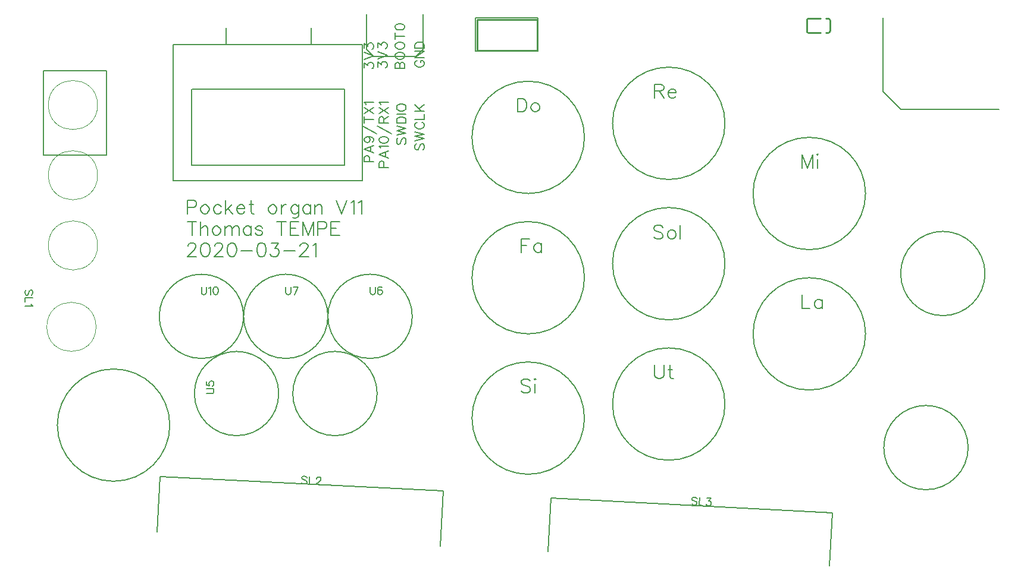
<source format=gto>
G04 Layer: TopSilkLayer*
G04 EasyEDA v6.3.30, 2020-03-21T18:53:40+08:00*
G04 c5f63f6c624d440bb2292f988f7b391a,d4aa0ff59f9544bb86dfcbd96f28fb4a,05*
G04 Gerber Generator version 0.2*
G04 Scale: 100 percent, Rotated: No, Reflected: No *
G04 Dimensions in millimeters *
G04 leading zeros omitted , absolute positions ,3 integer and 3 decimal *
%FSLAX33Y33*%
%MOMM*%
G90*
G71D02*

%ADD10C,0.200000*%
%ADD11C,0.254000*%
%ADD13C,0.100000*%
%ADD57C,0.202997*%
%ADD58C,0.203200*%
%ADD59C,0.152400*%

%LPD*%
G54D10*
G01X26199Y4799D02*
G01X26599Y12699D01*
G01X66899Y10599D01*
G01X66499Y2799D01*
G01X81800Y1999D02*
G01X82200Y9599D01*
G01X122300Y7499D01*
G01X121900Y-0D01*
G01X10000Y70499D02*
G01X10000Y58499D01*
G01X19000Y58499D01*
G01X19000Y70499D01*
G01X10000Y70499D01*
G01X71500Y77999D02*
G01X80400Y77999D01*
G01X80400Y73299D01*
G01X71500Y73299D01*
G01X71500Y77999D01*
G01X56000Y78499D02*
G01X56000Y73500D01*
G01X57000Y72500D01*
G01X63000Y72500D01*
G01X63999Y73500D01*
G01X63999Y78499D01*
G54D57*
G01X35999Y74250D02*
G01X35999Y76550D01*
G01X48099Y76550D02*
G01X48099Y74250D01*
G01X31099Y67850D02*
G01X31099Y57050D01*
G01X52899Y57050D01*
G01X52899Y67850D01*
G01X31199Y67850D01*
G01X55399Y54850D02*
G01X55399Y74250D01*
G01X28499Y74250D01*
G01X28499Y54850D01*
G01X55399Y54850D01*
G54D10*
G01X129499Y77999D02*
G01X129499Y67499D01*
G01X132001Y65000D01*
G01X145999Y65000D01*
G54D11*
G01X80299Y73400D02*
G01X71700Y73400D01*
G01X71700Y73400D02*
G01X71700Y77799D01*
G01X80299Y73400D02*
G01X80299Y77799D01*
G01X80299Y77799D02*
G01X71700Y77799D01*
G01X118649Y77661D02*
G01X118649Y76137D01*
G01X121951Y77661D02*
G01X121951Y76137D01*
G01X121697Y75883D02*
G01X121316Y75883D01*
G01X121697Y77915D02*
G01X121316Y77915D01*
G01X118903Y75883D02*
G01X120554Y75883D01*
G01X118903Y77915D02*
G01X120554Y77915D01*
G54D58*
G01X57787Y56698D02*
G01X59123Y56698D01*
G01X57787Y56698D02*
G01X57787Y57273D01*
G01X57850Y57463D01*
G01X57914Y57527D01*
G01X58041Y57590D01*
G01X58231Y57590D01*
G01X58361Y57527D01*
G01X58424Y57463D01*
G01X58488Y57273D01*
G01X58488Y56698D01*
G01X57787Y58520D02*
G01X59123Y58009D01*
G01X57787Y58520D02*
G01X59123Y59028D01*
G01X58678Y58202D02*
G01X58678Y58837D01*
G01X58041Y59449D02*
G01X57977Y59576D01*
G01X57787Y59767D01*
G01X59123Y59767D01*
G01X57787Y60569D02*
G01X57850Y60376D01*
G01X58041Y60249D01*
G01X58361Y60186D01*
G01X58551Y60186D01*
G01X58869Y60249D01*
G01X59059Y60376D01*
G01X59123Y60569D01*
G01X59123Y60696D01*
G01X59059Y60887D01*
G01X58869Y61014D01*
G01X58551Y61077D01*
G01X58361Y61077D01*
G01X58041Y61014D01*
G01X57850Y60887D01*
G01X57787Y60696D01*
G01X57787Y60569D01*
G01X57533Y62642D02*
G01X59570Y61497D01*
G01X57787Y63064D02*
G01X59123Y63064D01*
G01X57787Y63064D02*
G01X57787Y63635D01*
G01X57850Y63826D01*
G01X57914Y63889D01*
G01X58041Y63955D01*
G01X58168Y63955D01*
G01X58297Y63889D01*
G01X58361Y63826D01*
G01X58424Y63635D01*
G01X58424Y63064D01*
G01X58424Y63508D02*
G01X59123Y63955D01*
G01X57787Y64374D02*
G01X59123Y65266D01*
G01X57787Y65266D02*
G01X59123Y64374D01*
G01X58041Y65685D02*
G01X57977Y65812D01*
G01X57787Y66003D01*
G01X59123Y66003D01*
G01X55686Y57500D02*
G01X57023Y57500D01*
G01X55686Y57500D02*
G01X55686Y58071D01*
G01X55750Y58264D01*
G01X55813Y58328D01*
G01X55940Y58391D01*
G01X56131Y58391D01*
G01X56261Y58328D01*
G01X56324Y58264D01*
G01X56388Y58071D01*
G01X56388Y57500D01*
G01X55686Y59321D02*
G01X57023Y58810D01*
G01X55686Y59321D02*
G01X57023Y59829D01*
G01X56578Y59001D02*
G01X56578Y59638D01*
G01X56131Y61076D02*
G01X56324Y61012D01*
G01X56451Y60885D01*
G01X56515Y60695D01*
G01X56515Y60631D01*
G01X56451Y60438D01*
G01X56324Y60311D01*
G01X56131Y60248D01*
G01X56067Y60248D01*
G01X55877Y60311D01*
G01X55750Y60438D01*
G01X55686Y60631D01*
G01X55686Y60695D01*
G01X55750Y60885D01*
G01X55877Y61012D01*
G01X56131Y61076D01*
G01X56451Y61076D01*
G01X56769Y61012D01*
G01X56959Y60885D01*
G01X57023Y60695D01*
G01X57023Y60568D01*
G01X56959Y60375D01*
G01X56832Y60311D01*
G01X55432Y62640D02*
G01X57470Y61495D01*
G01X55686Y63507D02*
G01X57023Y63507D01*
G01X55686Y63062D02*
G01X55686Y63951D01*
G01X55686Y64373D02*
G01X57023Y65264D01*
G01X55686Y65264D02*
G01X57023Y64373D01*
G01X55940Y65683D02*
G01X55877Y65810D01*
G01X55686Y66001D01*
G01X57023Y66001D01*
G01X55686Y70927D02*
G01X55686Y71628D01*
G01X56196Y71244D01*
G01X56196Y71435D01*
G01X56260Y71564D01*
G01X56323Y71628D01*
G01X56514Y71691D01*
G01X56641Y71691D01*
G01X56831Y71628D01*
G01X56958Y71498D01*
G01X57024Y71308D01*
G01X57024Y71117D01*
G01X56958Y70927D01*
G01X56895Y70863D01*
G01X56768Y70800D01*
G01X55686Y72110D02*
G01X57024Y72618D01*
G01X55686Y73129D02*
G01X57024Y72618D01*
G01X55686Y73675D02*
G01X55686Y74376D01*
G01X56196Y73995D01*
G01X56196Y74186D01*
G01X56260Y74313D01*
G01X56323Y74376D01*
G01X56514Y74440D01*
G01X56641Y74440D01*
G01X56831Y74376D01*
G01X56958Y74249D01*
G01X57024Y74059D01*
G01X57024Y73866D01*
G01X56958Y73675D01*
G01X56895Y73612D01*
G01X56768Y73548D01*
G01X57587Y71025D02*
G01X57587Y71727D01*
G01X58095Y71346D01*
G01X58095Y71536D01*
G01X58161Y71663D01*
G01X58224Y71727D01*
G01X58415Y71790D01*
G01X58542Y71790D01*
G01X58732Y71727D01*
G01X58859Y71600D01*
G01X58923Y71409D01*
G01X58923Y71219D01*
G01X58859Y71025D01*
G01X58796Y70962D01*
G01X58669Y70898D01*
G01X57587Y72209D02*
G01X58923Y72720D01*
G01X57587Y73228D02*
G01X58923Y72720D01*
G01X57587Y73776D02*
G01X57587Y74475D01*
G01X58095Y74094D01*
G01X58095Y74284D01*
G01X58161Y74411D01*
G01X58224Y74475D01*
G01X58415Y74538D01*
G01X58542Y74538D01*
G01X58732Y74475D01*
G01X58859Y74348D01*
G01X58923Y74157D01*
G01X58923Y73967D01*
G01X58859Y73776D01*
G01X58796Y73713D01*
G01X58669Y73649D01*
G01X60478Y60891D02*
G01X60351Y60764D01*
G01X60288Y60571D01*
G01X60288Y60317D01*
G01X60351Y60126D01*
G01X60478Y59999D01*
G01X60605Y59999D01*
G01X60732Y60063D01*
G01X60796Y60126D01*
G01X60859Y60253D01*
G01X60986Y60637D01*
G01X61050Y60764D01*
G01X61113Y60827D01*
G01X61243Y60891D01*
G01X61433Y60891D01*
G01X61560Y60764D01*
G01X61624Y60571D01*
G01X61624Y60317D01*
G01X61560Y60126D01*
G01X61433Y59999D01*
G01X60288Y61310D02*
G01X61624Y61628D01*
G01X60288Y61948D02*
G01X61624Y61628D01*
G01X60288Y61948D02*
G01X61624Y62265D01*
G01X60288Y62583D02*
G01X61624Y62265D01*
G01X60288Y63004D02*
G01X61624Y63004D01*
G01X60288Y63004D02*
G01X60288Y63449D01*
G01X60351Y63639D01*
G01X60478Y63766D01*
G01X60605Y63830D01*
G01X60796Y63893D01*
G01X61113Y63893D01*
G01X61306Y63830D01*
G01X61433Y63766D01*
G01X61560Y63639D01*
G01X61624Y63449D01*
G01X61624Y63004D01*
G01X60288Y64315D02*
G01X61624Y64315D01*
G01X60288Y65115D02*
G01X60351Y64988D01*
G01X60478Y64861D01*
G01X60605Y64798D01*
G01X60796Y64734D01*
G01X61113Y64734D01*
G01X61306Y64798D01*
G01X61433Y64861D01*
G01X61560Y64988D01*
G01X61624Y65115D01*
G01X61624Y65372D01*
G01X61560Y65499D01*
G01X61433Y65626D01*
G01X61306Y65689D01*
G01X61113Y65753D01*
G01X60796Y65753D01*
G01X60605Y65689D01*
G01X60478Y65626D01*
G01X60351Y65499D01*
G01X60288Y65372D01*
G01X60288Y65115D01*
G01X63205Y71955D02*
G01X63078Y71891D01*
G01X62951Y71764D01*
G01X62888Y71635D01*
G01X62888Y71381D01*
G01X62951Y71254D01*
G01X63078Y71127D01*
G01X63205Y71063D01*
G01X63396Y71000D01*
G01X63713Y71000D01*
G01X63906Y71063D01*
G01X64033Y71127D01*
G01X64160Y71254D01*
G01X64224Y71381D01*
G01X64224Y71635D01*
G01X64160Y71764D01*
G01X64033Y71891D01*
G01X63906Y71955D01*
G01X63713Y71955D01*
G01X63713Y71635D02*
G01X63713Y71955D01*
G01X62888Y72374D02*
G01X64224Y72374D01*
G01X62888Y72374D02*
G01X64224Y73265D01*
G01X62888Y73265D02*
G01X64224Y73265D01*
G01X62888Y73685D02*
G01X64224Y73685D01*
G01X62888Y73685D02*
G01X62888Y74132D01*
G01X62951Y74322D01*
G01X63078Y74449D01*
G01X63205Y74513D01*
G01X63396Y74576D01*
G01X63713Y74576D01*
G01X63906Y74513D01*
G01X64033Y74449D01*
G01X64160Y74322D01*
G01X64224Y74132D01*
G01X64224Y73685D01*
G01X63077Y60091D02*
G01X62950Y59964D01*
G01X62887Y59771D01*
G01X62887Y59517D01*
G01X62950Y59327D01*
G01X63077Y59200D01*
G01X63204Y59200D01*
G01X63331Y59263D01*
G01X63395Y59327D01*
G01X63458Y59454D01*
G01X63588Y59835D01*
G01X63651Y59964D01*
G01X63715Y60028D01*
G01X63842Y60091D01*
G01X64032Y60091D01*
G01X64159Y59964D01*
G01X64223Y59771D01*
G01X64223Y59517D01*
G01X64159Y59327D01*
G01X64032Y59200D01*
G01X62887Y60510D02*
G01X64223Y60828D01*
G01X62887Y61148D02*
G01X64223Y60828D01*
G01X62887Y61148D02*
G01X64223Y61465D01*
G01X62887Y61783D02*
G01X64223Y61465D01*
G01X63204Y63157D02*
G01X63077Y63094D01*
G01X62950Y62967D01*
G01X62887Y62840D01*
G01X62887Y62586D01*
G01X62950Y62459D01*
G01X63077Y62332D01*
G01X63204Y62266D01*
G01X63395Y62202D01*
G01X63715Y62202D01*
G01X63905Y62266D01*
G01X64032Y62332D01*
G01X64159Y62459D01*
G01X64223Y62586D01*
G01X64223Y62840D01*
G01X64159Y62967D01*
G01X64032Y63094D01*
G01X63905Y63157D01*
G01X62887Y63579D02*
G01X64223Y63579D01*
G01X64223Y63579D02*
G01X64223Y64341D01*
G01X62887Y64762D02*
G01X64223Y64762D01*
G01X62887Y65651D02*
G01X63778Y64762D01*
G01X63458Y65080D02*
G01X64223Y65651D01*
G01X60086Y70800D02*
G01X61424Y70800D01*
G01X60086Y70800D02*
G01X60086Y71372D01*
G01X60149Y71562D01*
G01X60215Y71626D01*
G01X60342Y71689D01*
G01X60469Y71689D01*
G01X60596Y71626D01*
G01X60660Y71562D01*
G01X60723Y71372D01*
G01X60723Y70800D02*
G01X60723Y71372D01*
G01X60787Y71562D01*
G01X60850Y71626D01*
G01X60977Y71689D01*
G01X61168Y71689D01*
G01X61295Y71626D01*
G01X61358Y71562D01*
G01X61424Y71372D01*
G01X61424Y70800D01*
G01X60086Y72492D02*
G01X60149Y72365D01*
G01X60279Y72238D01*
G01X60406Y72175D01*
G01X60596Y72111D01*
G01X60914Y72111D01*
G01X61104Y72175D01*
G01X61231Y72238D01*
G01X61358Y72365D01*
G01X61424Y72492D01*
G01X61424Y72746D01*
G01X61358Y72873D01*
G01X61231Y73000D01*
G01X61104Y73066D01*
G01X60914Y73130D01*
G01X60596Y73130D01*
G01X60406Y73066D01*
G01X60279Y73000D01*
G01X60149Y72873D01*
G01X60086Y72746D01*
G01X60086Y72492D01*
G01X60086Y73930D02*
G01X60149Y73803D01*
G01X60279Y73676D01*
G01X60406Y73612D01*
G01X60596Y73549D01*
G01X60914Y73549D01*
G01X61104Y73612D01*
G01X61231Y73676D01*
G01X61358Y73803D01*
G01X61424Y73930D01*
G01X61424Y74184D01*
G01X61358Y74313D01*
G01X61231Y74440D01*
G01X61104Y74504D01*
G01X60914Y74567D01*
G01X60596Y74567D01*
G01X60406Y74504D01*
G01X60279Y74440D01*
G01X60149Y74313D01*
G01X60086Y74184D01*
G01X60086Y73930D01*
G01X60086Y75433D02*
G01X61424Y75433D01*
G01X60086Y74986D02*
G01X60086Y75878D01*
G01X60086Y76680D02*
G01X60149Y76487D01*
G01X60342Y76360D01*
G01X60660Y76297D01*
G01X60850Y76297D01*
G01X61168Y76360D01*
G01X61358Y76487D01*
G01X61424Y76680D01*
G01X61424Y76807D01*
G01X61358Y76998D01*
G01X61168Y77125D01*
G01X60850Y77188D01*
G01X60660Y77188D01*
G01X60342Y77125D01*
G01X60149Y76998D01*
G01X60086Y76807D01*
G01X60086Y76680D01*
G01X30500Y52051D02*
G01X30500Y50110D01*
G01X30500Y52051D02*
G01X31330Y52051D01*
G01X31607Y51957D01*
G01X31701Y51865D01*
G01X31793Y51680D01*
G01X31793Y51403D01*
G01X31701Y51218D01*
G01X31607Y51126D01*
G01X31330Y51035D01*
G01X30500Y51035D01*
G01X32864Y51403D02*
G01X32679Y51312D01*
G01X32494Y51126D01*
G01X32402Y50849D01*
G01X32402Y50664D01*
G01X32494Y50387D01*
G01X32679Y50202D01*
G01X32864Y50110D01*
G01X33141Y50110D01*
G01X33327Y50202D01*
G01X33510Y50387D01*
G01X33604Y50664D01*
G01X33604Y50849D01*
G01X33510Y51126D01*
G01X33327Y51312D01*
G01X33141Y51403D01*
G01X32864Y51403D01*
G01X35321Y51126D02*
G01X35135Y51312D01*
G01X34952Y51403D01*
G01X34675Y51403D01*
G01X34490Y51312D01*
G01X34305Y51126D01*
G01X34213Y50849D01*
G01X34213Y50664D01*
G01X34305Y50387D01*
G01X34490Y50202D01*
G01X34675Y50110D01*
G01X34952Y50110D01*
G01X35135Y50202D01*
G01X35321Y50387D01*
G01X35930Y52051D02*
G01X35930Y50110D01*
G01X36855Y51403D02*
G01X35930Y50478D01*
G01X36301Y50849D02*
G01X36946Y50110D01*
G01X37556Y50849D02*
G01X38663Y50849D01*
G01X38663Y51035D01*
G01X38572Y51218D01*
G01X38480Y51312D01*
G01X38295Y51403D01*
G01X38018Y51403D01*
G01X37833Y51312D01*
G01X37647Y51126D01*
G01X37556Y50849D01*
G01X37556Y50664D01*
G01X37647Y50387D01*
G01X37833Y50202D01*
G01X38018Y50110D01*
G01X38295Y50110D01*
G01X38480Y50202D01*
G01X38663Y50387D01*
G01X39552Y52051D02*
G01X39552Y50478D01*
G01X39644Y50202D01*
G01X39829Y50110D01*
G01X40012Y50110D01*
G01X39273Y51403D02*
G01X39921Y51403D01*
G01X42506Y51403D02*
G01X42321Y51312D01*
G01X42138Y51126D01*
G01X42044Y50849D01*
G01X42044Y50664D01*
G01X42138Y50387D01*
G01X42321Y50202D01*
G01X42506Y50110D01*
G01X42783Y50110D01*
G01X42969Y50202D01*
G01X43154Y50387D01*
G01X43245Y50664D01*
G01X43245Y50849D01*
G01X43154Y51126D01*
G01X42969Y51312D01*
G01X42783Y51403D01*
G01X42506Y51403D01*
G01X43855Y51403D02*
G01X43855Y50110D01*
G01X43855Y50849D02*
G01X43946Y51126D01*
G01X44132Y51312D01*
G01X44317Y51403D01*
G01X44594Y51403D01*
G01X46311Y51403D02*
G01X46311Y49925D01*
G01X46220Y49648D01*
G01X46128Y49556D01*
G01X45943Y49462D01*
G01X45666Y49462D01*
G01X45481Y49556D01*
G01X46311Y51126D02*
G01X46128Y51312D01*
G01X45943Y51403D01*
G01X45666Y51403D01*
G01X45481Y51312D01*
G01X45295Y51126D01*
G01X45204Y50849D01*
G01X45204Y50664D01*
G01X45295Y50387D01*
G01X45481Y50202D01*
G01X45666Y50110D01*
G01X45943Y50110D01*
G01X46128Y50202D01*
G01X46311Y50387D01*
G01X48031Y51403D02*
G01X48031Y50110D01*
G01X48031Y51126D02*
G01X47845Y51312D01*
G01X47660Y51403D01*
G01X47383Y51403D01*
G01X47198Y51312D01*
G01X47015Y51126D01*
G01X46921Y50849D01*
G01X46921Y50664D01*
G01X47015Y50387D01*
G01X47198Y50202D01*
G01X47383Y50110D01*
G01X47660Y50110D01*
G01X47845Y50202D01*
G01X48031Y50387D01*
G01X48640Y51403D02*
G01X48640Y50110D01*
G01X48640Y51035D02*
G01X48917Y51312D01*
G01X49103Y51403D01*
G01X49380Y51403D01*
G01X49562Y51312D01*
G01X49656Y51035D01*
G01X49656Y50110D01*
G01X51688Y52051D02*
G01X52428Y50110D01*
G01X53167Y52051D02*
G01X52428Y50110D01*
G01X53776Y51680D02*
G01X53959Y51774D01*
G01X54236Y52051D01*
G01X54236Y50110D01*
G01X54846Y51680D02*
G01X55031Y51774D01*
G01X55308Y52051D01*
G01X55308Y50110D01*
G01X31145Y49003D02*
G01X31145Y47062D01*
G01X30500Y49003D02*
G01X31793Y49003D01*
G01X32402Y49003D02*
G01X32402Y47062D01*
G01X32402Y47987D02*
G01X32679Y48264D01*
G01X32864Y48355D01*
G01X33141Y48355D01*
G01X33327Y48264D01*
G01X33418Y47987D01*
G01X33418Y47062D01*
G01X34490Y48355D02*
G01X34305Y48264D01*
G01X34119Y48078D01*
G01X34028Y47801D01*
G01X34028Y47616D01*
G01X34119Y47339D01*
G01X34305Y47154D01*
G01X34490Y47062D01*
G01X34767Y47062D01*
G01X34952Y47154D01*
G01X35135Y47339D01*
G01X35229Y47616D01*
G01X35229Y47801D01*
G01X35135Y48078D01*
G01X34952Y48264D01*
G01X34767Y48355D01*
G01X34490Y48355D01*
G01X35839Y48355D02*
G01X35839Y47062D01*
G01X35839Y47987D02*
G01X36116Y48264D01*
G01X36301Y48355D01*
G01X36578Y48355D01*
G01X36761Y48264D01*
G01X36855Y47987D01*
G01X36855Y47062D01*
G01X36855Y47987D02*
G01X37132Y48264D01*
G01X37317Y48355D01*
G01X37594Y48355D01*
G01X37777Y48264D01*
G01X37871Y47987D01*
G01X37871Y47062D01*
G01X39588Y48355D02*
G01X39588Y47062D01*
G01X39588Y48078D02*
G01X39402Y48264D01*
G01X39220Y48355D01*
G01X38943Y48355D01*
G01X38757Y48264D01*
G01X38572Y48078D01*
G01X38480Y47801D01*
G01X38480Y47616D01*
G01X38572Y47339D01*
G01X38757Y47154D01*
G01X38943Y47062D01*
G01X39220Y47062D01*
G01X39402Y47154D01*
G01X39588Y47339D01*
G01X41213Y48078D02*
G01X41122Y48264D01*
G01X40845Y48355D01*
G01X40568Y48355D01*
G01X40289Y48264D01*
G01X40197Y48078D01*
G01X40289Y47893D01*
G01X40474Y47801D01*
G01X40937Y47710D01*
G01X41122Y47616D01*
G01X41213Y47430D01*
G01X41213Y47339D01*
G01X41122Y47154D01*
G01X40845Y47062D01*
G01X40568Y47062D01*
G01X40289Y47154D01*
G01X40197Y47339D01*
G01X43893Y49003D02*
G01X43893Y47062D01*
G01X43245Y49003D02*
G01X44538Y49003D01*
G01X45148Y49003D02*
G01X45148Y47062D01*
G01X45148Y49003D02*
G01X46349Y49003D01*
G01X45148Y48078D02*
G01X45887Y48078D01*
G01X45148Y47062D02*
G01X46349Y47062D01*
G01X46959Y49003D02*
G01X46959Y47062D01*
G01X46959Y49003D02*
G01X47698Y47062D01*
G01X48437Y49003D02*
G01X47698Y47062D01*
G01X48437Y49003D02*
G01X48437Y47062D01*
G01X49047Y49003D02*
G01X49047Y47062D01*
G01X49047Y49003D02*
G01X49877Y49003D01*
G01X50154Y48909D01*
G01X50246Y48817D01*
G01X50340Y48632D01*
G01X50340Y48355D01*
G01X50246Y48170D01*
G01X50154Y48078D01*
G01X49877Y47987D01*
G01X49047Y47987D01*
G01X50949Y49003D02*
G01X50949Y47062D01*
G01X50949Y49003D02*
G01X52151Y49003D01*
G01X50949Y48078D02*
G01X51688Y48078D01*
G01X50949Y47062D02*
G01X52151Y47062D01*
G01X30591Y45492D02*
G01X30591Y45584D01*
G01X30685Y45769D01*
G01X30777Y45861D01*
G01X30962Y45955D01*
G01X31330Y45955D01*
G01X31516Y45861D01*
G01X31607Y45769D01*
G01X31701Y45584D01*
G01X31701Y45398D01*
G01X31607Y45216D01*
G01X31424Y44939D01*
G01X30500Y44014D01*
G01X31793Y44014D01*
G01X32956Y45955D02*
G01X32679Y45861D01*
G01X32494Y45584D01*
G01X32402Y45122D01*
G01X32402Y44845D01*
G01X32494Y44382D01*
G01X32679Y44106D01*
G01X32956Y44014D01*
G01X33141Y44014D01*
G01X33418Y44106D01*
G01X33604Y44382D01*
G01X33695Y44845D01*
G01X33695Y45122D01*
G01X33604Y45584D01*
G01X33418Y45861D01*
G01X33141Y45955D01*
G01X32956Y45955D01*
G01X34396Y45492D02*
G01X34396Y45584D01*
G01X34490Y45769D01*
G01X34581Y45861D01*
G01X34767Y45955D01*
G01X35135Y45955D01*
G01X35321Y45861D01*
G01X35412Y45769D01*
G01X35506Y45584D01*
G01X35506Y45398D01*
G01X35412Y45216D01*
G01X35229Y44939D01*
G01X34305Y44014D01*
G01X35597Y44014D01*
G01X36761Y45955D02*
G01X36484Y45861D01*
G01X36301Y45584D01*
G01X36207Y45122D01*
G01X36207Y44845D01*
G01X36301Y44382D01*
G01X36484Y44106D01*
G01X36761Y44014D01*
G01X36946Y44014D01*
G01X37223Y44106D01*
G01X37409Y44382D01*
G01X37500Y44845D01*
G01X37500Y45122D01*
G01X37409Y45584D01*
G01X37223Y45861D01*
G01X36946Y45955D01*
G01X36761Y45955D01*
G01X38110Y44845D02*
G01X39773Y44845D01*
G01X40937Y45955D02*
G01X40660Y45861D01*
G01X40474Y45584D01*
G01X40383Y45122D01*
G01X40383Y44845D01*
G01X40474Y44382D01*
G01X40660Y44106D01*
G01X40937Y44014D01*
G01X41122Y44014D01*
G01X41399Y44106D01*
G01X41584Y44382D01*
G01X41676Y44845D01*
G01X41676Y45122D01*
G01X41584Y45584D01*
G01X41399Y45861D01*
G01X41122Y45955D01*
G01X40937Y45955D01*
G01X42471Y45955D02*
G01X43487Y45955D01*
G01X42930Y45216D01*
G01X43210Y45216D01*
G01X43393Y45122D01*
G01X43487Y45030D01*
G01X43578Y44753D01*
G01X43578Y44568D01*
G01X43487Y44291D01*
G01X43301Y44106D01*
G01X43024Y44014D01*
G01X42748Y44014D01*
G01X42471Y44106D01*
G01X42377Y44200D01*
G01X42285Y44382D01*
G01X44188Y44845D02*
G01X45851Y44845D01*
G01X46553Y45492D02*
G01X46553Y45584D01*
G01X46644Y45769D01*
G01X46738Y45861D01*
G01X46921Y45955D01*
G01X47292Y45955D01*
G01X47477Y45861D01*
G01X47569Y45769D01*
G01X47660Y45584D01*
G01X47660Y45398D01*
G01X47569Y45216D01*
G01X47383Y44939D01*
G01X46461Y44014D01*
G01X47754Y44014D01*
G01X48364Y45584D02*
G01X48546Y45678D01*
G01X48823Y45955D01*
G01X48823Y44014D01*
G01X77499Y66550D02*
G01X77499Y64609D01*
G01X77499Y66550D02*
G01X78147Y66550D01*
G01X78424Y66458D01*
G01X78607Y66273D01*
G01X78701Y66087D01*
G01X78792Y65811D01*
G01X78792Y65348D01*
G01X78701Y65071D01*
G01X78607Y64889D01*
G01X78424Y64703D01*
G01X78147Y64609D01*
G01X77499Y64609D01*
G01X79864Y65905D02*
G01X79679Y65811D01*
G01X79493Y65625D01*
G01X79402Y65348D01*
G01X79402Y65165D01*
G01X79493Y64889D01*
G01X79679Y64703D01*
G01X79864Y64609D01*
G01X80141Y64609D01*
G01X80327Y64703D01*
G01X80509Y64889D01*
G01X80603Y65165D01*
G01X80603Y65348D01*
G01X80509Y65625D01*
G01X80327Y65811D01*
G01X80141Y65905D01*
G01X79864Y65905D01*
G01X96999Y68551D02*
G01X96999Y66610D01*
G01X96999Y68551D02*
G01X97830Y68551D01*
G01X98107Y68457D01*
G01X98201Y68365D01*
G01X98292Y68180D01*
G01X98292Y67997D01*
G01X98201Y67811D01*
G01X98107Y67717D01*
G01X97830Y67626D01*
G01X96999Y67626D01*
G01X97647Y67626D02*
G01X98292Y66610D01*
G01X98902Y67349D02*
G01X100009Y67349D01*
G01X100009Y67535D01*
G01X99918Y67717D01*
G01X99826Y67811D01*
G01X99641Y67903D01*
G01X99364Y67903D01*
G01X99179Y67811D01*
G01X98993Y67626D01*
G01X98902Y67349D01*
G01X98902Y67164D01*
G01X98993Y66887D01*
G01X99179Y66701D01*
G01X99364Y66610D01*
G01X99641Y66610D01*
G01X99826Y66701D01*
G01X100009Y66887D01*
G01X118000Y58551D02*
G01X118000Y56610D01*
G01X118000Y58551D02*
G01X118739Y56610D01*
G01X119478Y58551D02*
G01X118739Y56610D01*
G01X119478Y58551D02*
G01X119478Y56610D01*
G01X120088Y58551D02*
G01X120179Y58457D01*
G01X120271Y58551D01*
G01X120179Y58642D01*
G01X120088Y58551D01*
G01X120179Y57903D02*
G01X120179Y56610D01*
G01X78000Y46550D02*
G01X78000Y44609D01*
G01X78000Y46550D02*
G01X79199Y46550D01*
G01X78000Y45625D02*
G01X78739Y45625D01*
G01X80919Y45905D02*
G01X80919Y44609D01*
G01X80919Y45625D02*
G01X80733Y45811D01*
G01X80548Y45905D01*
G01X80271Y45905D01*
G01X80088Y45811D01*
G01X79903Y45625D01*
G01X79809Y45348D01*
G01X79809Y45166D01*
G01X79903Y44889D01*
G01X80088Y44703D01*
G01X80271Y44609D01*
G01X80548Y44609D01*
G01X80733Y44703D01*
G01X80919Y44889D01*
G01X98193Y48174D02*
G01X98008Y48357D01*
G01X97731Y48451D01*
G01X97363Y48451D01*
G01X97083Y48357D01*
G01X96900Y48174D01*
G01X96900Y47988D01*
G01X96992Y47803D01*
G01X97083Y47711D01*
G01X97269Y47617D01*
G01X97822Y47435D01*
G01X98008Y47341D01*
G01X98099Y47249D01*
G01X98193Y47064D01*
G01X98193Y46787D01*
G01X98008Y46601D01*
G01X97731Y46510D01*
G01X97363Y46510D01*
G01X97083Y46601D01*
G01X96900Y46787D01*
G01X99265Y47803D02*
G01X99080Y47711D01*
G01X98894Y47526D01*
G01X98803Y47249D01*
G01X98803Y47064D01*
G01X98894Y46787D01*
G01X99080Y46601D01*
G01X99265Y46510D01*
G01X99542Y46510D01*
G01X99725Y46601D01*
G01X99910Y46787D01*
G01X100004Y47064D01*
G01X100004Y47249D01*
G01X99910Y47526D01*
G01X99725Y47711D01*
G01X99542Y47803D01*
G01X99265Y47803D01*
G01X100614Y48451D02*
G01X100614Y46510D01*
G01X118000Y38551D02*
G01X118000Y36610D01*
G01X118000Y36610D02*
G01X119108Y36610D01*
G01X120825Y37903D02*
G01X120825Y36610D01*
G01X120825Y37626D02*
G01X120642Y37811D01*
G01X120456Y37903D01*
G01X120179Y37903D01*
G01X119994Y37811D01*
G01X119809Y37626D01*
G01X119717Y37349D01*
G01X119717Y37164D01*
G01X119809Y36887D01*
G01X119994Y36701D01*
G01X120179Y36610D01*
G01X120456Y36610D01*
G01X120642Y36701D01*
G01X120825Y36887D01*
G01X79293Y26272D02*
G01X79108Y26458D01*
G01X78831Y26549D01*
G01X78463Y26549D01*
G01X78183Y26458D01*
G01X78000Y26272D01*
G01X78000Y26089D01*
G01X78092Y25904D01*
G01X78183Y25810D01*
G01X78369Y25719D01*
G01X78922Y25533D01*
G01X79108Y25442D01*
G01X79199Y25350D01*
G01X79293Y25165D01*
G01X79293Y24888D01*
G01X79108Y24703D01*
G01X78831Y24611D01*
G01X78463Y24611D01*
G01X78183Y24703D01*
G01X78000Y24888D01*
G01X79903Y26549D02*
G01X79994Y26458D01*
G01X80088Y26549D01*
G01X79994Y26643D01*
G01X79903Y26549D01*
G01X79994Y25904D02*
G01X79994Y24611D01*
G01X96999Y28551D02*
G01X96999Y27164D01*
G01X97091Y26887D01*
G01X97276Y26702D01*
G01X97553Y26610D01*
G01X97739Y26610D01*
G01X98015Y26702D01*
G01X98201Y26887D01*
G01X98292Y27164D01*
G01X98292Y28551D01*
G01X99179Y28551D02*
G01X99179Y26981D01*
G01X99273Y26702D01*
G01X99456Y26610D01*
G01X99641Y26610D01*
G01X98902Y27903D02*
G01X99550Y27903D01*
G54D59*
G01X47532Y12533D02*
G01X47435Y12643D01*
G01X47281Y12701D01*
G01X47073Y12712D01*
G01X46915Y12669D01*
G01X46806Y12570D01*
G01X46801Y12466D01*
G01X46849Y12359D01*
G01X46897Y12306D01*
G01X46998Y12248D01*
G01X47305Y12128D01*
G01X47407Y12072D01*
G01X47455Y12019D01*
G01X47500Y11912D01*
G01X47492Y11755D01*
G01X47385Y11656D01*
G01X47226Y11613D01*
G01X47018Y11624D01*
G01X46865Y11682D01*
G01X46767Y11791D01*
G01X47882Y12671D02*
G01X47827Y11583D01*
G01X47827Y11583D02*
G01X48451Y11551D01*
G01X48886Y12361D02*
G01X48889Y12414D01*
G01X48947Y12515D01*
G01X49001Y12563D01*
G01X49107Y12609D01*
G01X49315Y12598D01*
G01X49417Y12542D01*
G01X49465Y12489D01*
G01X49513Y12382D01*
G01X49508Y12278D01*
G01X49449Y12177D01*
G01X49337Y12025D01*
G01X48793Y11534D01*
G01X49519Y11497D01*
G01X103033Y9534D02*
G01X102934Y9640D01*
G01X102782Y9702D01*
G01X102574Y9712D01*
G01X102417Y9667D01*
G01X102308Y9570D01*
G01X102303Y9466D01*
G01X102348Y9360D01*
G01X102399Y9304D01*
G01X102500Y9248D01*
G01X102804Y9128D01*
G01X102906Y9070D01*
G01X102956Y9016D01*
G01X103002Y8910D01*
G01X102994Y8755D01*
G01X102885Y8656D01*
G01X102727Y8611D01*
G01X102519Y8621D01*
G01X102367Y8682D01*
G01X102268Y8792D01*
G01X103384Y9671D02*
G01X103328Y8580D01*
G01X103328Y8580D02*
G01X103952Y8549D01*
G01X104452Y9617D02*
G01X105022Y9588D01*
G01X104692Y9188D01*
G01X104847Y9180D01*
G01X104948Y9124D01*
G01X104996Y9068D01*
G01X105041Y8911D01*
G01X105036Y8807D01*
G01X104975Y8655D01*
G01X104868Y8556D01*
G01X104708Y8510D01*
G01X104554Y8518D01*
G01X104399Y8579D01*
G01X104351Y8633D01*
G01X104305Y8739D01*
G01X8321Y38527D02*
G01X8425Y38629D01*
G01X8479Y38786D01*
G01X8479Y38995D01*
G01X8425Y39150D01*
G01X8321Y39254D01*
G01X8220Y39254D01*
G01X8115Y39200D01*
G01X8062Y39150D01*
G01X8011Y39045D01*
G01X7907Y38733D01*
G01X7854Y38629D01*
G01X7803Y38578D01*
G01X7699Y38527D01*
G01X7544Y38527D01*
G01X7440Y38629D01*
G01X7386Y38786D01*
G01X7386Y38995D01*
G01X7440Y39150D01*
G01X7544Y39254D01*
G01X8479Y38184D02*
G01X7386Y38184D01*
G01X7386Y38184D02*
G01X7386Y37560D01*
G01X8270Y37217D02*
G01X8321Y37112D01*
G01X8479Y36958D01*
G01X7386Y36958D01*
G01X33186Y24500D02*
G01X33966Y24500D01*
G01X34121Y24550D01*
G01X34225Y24654D01*
G01X34276Y24812D01*
G01X34276Y24916D01*
G01X34225Y25071D01*
G01X34121Y25175D01*
G01X33966Y25226D01*
G01X33186Y25226D01*
G01X33186Y26194D02*
G01X33186Y25673D01*
G01X33654Y25622D01*
G01X33603Y25673D01*
G01X33550Y25830D01*
G01X33550Y25985D01*
G01X33603Y26140D01*
G01X33705Y26244D01*
G01X33862Y26298D01*
G01X33966Y26298D01*
G01X34121Y26244D01*
G01X34225Y26140D01*
G01X34276Y25985D01*
G01X34276Y25830D01*
G01X34225Y25673D01*
G01X34174Y25622D01*
G01X34070Y25569D01*
G01X56500Y39701D02*
G01X56500Y38921D01*
G01X56550Y38766D01*
G01X56654Y38662D01*
G01X56812Y38611D01*
G01X56916Y38611D01*
G01X57071Y38662D01*
G01X57175Y38766D01*
G01X57226Y38921D01*
G01X57226Y39701D01*
G01X58194Y39546D02*
G01X58140Y39650D01*
G01X57985Y39701D01*
G01X57881Y39701D01*
G01X57726Y39650D01*
G01X57622Y39492D01*
G01X57569Y39233D01*
G01X57569Y38974D01*
G01X57622Y38766D01*
G01X57726Y38662D01*
G01X57881Y38611D01*
G01X57935Y38611D01*
G01X58090Y38662D01*
G01X58194Y38766D01*
G01X58244Y38921D01*
G01X58244Y38974D01*
G01X58194Y39129D01*
G01X58090Y39233D01*
G01X57935Y39284D01*
G01X57881Y39284D01*
G01X57726Y39233D01*
G01X57622Y39129D01*
G01X57569Y38974D01*
G01X44500Y39701D02*
G01X44500Y38921D01*
G01X44550Y38766D01*
G01X44654Y38662D01*
G01X44812Y38611D01*
G01X44916Y38611D01*
G01X45071Y38662D01*
G01X45175Y38766D01*
G01X45226Y38921D01*
G01X45226Y39701D01*
G01X46298Y39701D02*
G01X45777Y38611D01*
G01X45569Y39701D02*
G01X46298Y39701D01*
G01X32500Y39701D02*
G01X32500Y38921D01*
G01X32550Y38766D01*
G01X32654Y38662D01*
G01X32812Y38611D01*
G01X32916Y38611D01*
G01X33071Y38662D01*
G01X33175Y38766D01*
G01X33226Y38921D01*
G01X33226Y39701D01*
G01X33569Y39492D02*
G01X33673Y39546D01*
G01X33830Y39701D01*
G01X33830Y38611D01*
G01X34483Y39701D02*
G01X34328Y39650D01*
G01X34224Y39492D01*
G01X34173Y39233D01*
G01X34173Y39078D01*
G01X34224Y38817D01*
G01X34328Y38662D01*
G01X34483Y38611D01*
G01X34587Y38611D01*
G01X34745Y38662D01*
G01X34849Y38817D01*
G01X34900Y39078D01*
G01X34900Y39233D01*
G01X34849Y39492D01*
G01X34745Y39650D01*
G01X34587Y39701D01*
G01X34483Y39701D01*
G54D11*
G75*
G01X118903Y75884D02*
G02X118649Y76138I0J254D01*
G01*
G75*
G01X121951Y76138D02*
G02X121697Y75884I-254J0D01*
G01*
G75*
G01X121951Y77662D02*
G03X121697Y77916I-254J0D01*
G01*
G75*
G01X118903Y77916D02*
G03X118649Y77662I0J-254D01*
G01*
G54D13*
G75*
G01X17721Y45600D02*
G03X17721Y45600I-3500J0D01*
G01*
G75*
G01X17500Y34000D02*
G03X17500Y34000I-3500J0D01*
G01*
G75*
G01X17721Y65600D02*
G03X17721Y65600I-3500J0D01*
G01*
G75*
G01X17721Y55600D02*
G03X17721Y55600I-3500J0D01*
G01*
G54D10*
G75*
G01X141600Y16800D02*
G03X141600Y16800I-6000J0D01*
G01*
G75*
G01X144000Y41600D02*
G03X144000Y41600I-6000J0D01*
G01*
G75*
G01X127001Y33000D02*
G03X127001Y33000I-8000J0D01*
G01*
G75*
G01X127000Y53000D02*
G03X127000Y53000I-8000J0D01*
G01*
G75*
G01X107001Y63000D02*
G03X107001Y63000I-8000J0D01*
G01*
G75*
G01X107001Y43000D02*
G03X107001Y43000I-8000J0D01*
G01*
G75*
G01X87000Y61000D02*
G03X87000Y61000I-8000J0D01*
G01*
G75*
G01X87000Y41000D02*
G03X87000Y41000I-8000J0D01*
G01*
G75*
G01X107001Y23000D02*
G03X107001Y23000I-8000J0D01*
G01*
G75*
G01X87000Y21000D02*
G03X87000Y21000I-8000J0D01*
G01*
G75*
G01X57500Y24500D02*
G03X57500Y24500I-6000J0D01*
G01*
G75*
G01X43500Y24500D02*
G03X43500Y24500I-6000J0D01*
G01*
G75*
G01X62500Y35500D02*
G03X62500Y35500I-6000J0D01*
G01*
G75*
G01X50500Y35500D02*
G03X50500Y35500I-6000J0D01*
G01*
G75*
G01X38500Y35500D02*
G03X38500Y35500I-6000J0D01*
G01*
G75*
G01X28000Y20000D02*
G03X28000Y20000I-8000J0D01*
G01*
M00*
M02*

</source>
